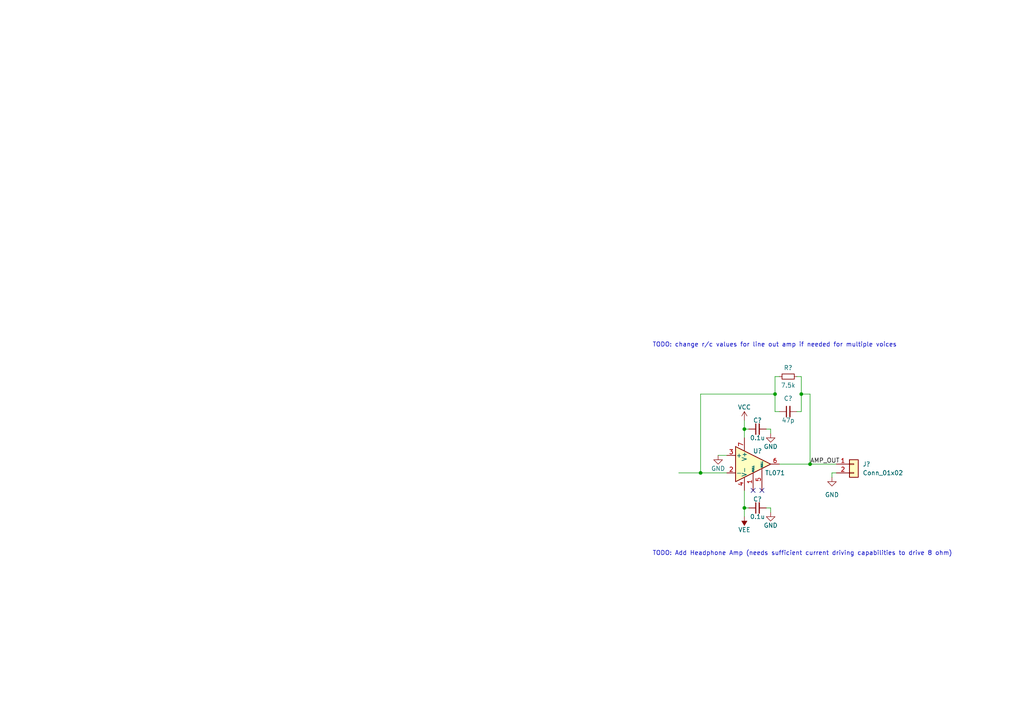
<source format=kicad_sch>
(kicad_sch (version 20211123) (generator eeschema)
  (paper "A4")
  (lib_symbols
    (symbol "Amplifier_Operational:TL071" (pin_names (offset 0.127))
      (property "Reference" "U" (at 0 6.35 0))
      (property "Value" "TL071" (at 0 3.81 0))
      (symbol "TL071_0_1"
        (polyline (pts (xy -5.08 5.08) (xy 5.08 0) (xy -5.08 -5.08) (xy -5.08 5.08)) (stroke (width 0.254)) (fill (type background)))
      )
      (symbol "TL071_1_1"
        (pin input line (at 0 -7.62 90) (length 5.08) (name "NULL") (number "1"))
        (pin input line (at -7.62 -2.54 0) (length 2.54) (name "-") (number "2"))
        (pin input line (at -7.62 2.54 0) (length 2.54) (name "+") (number "3"))
        (pin power_in line (at -2.54 -7.62 90) (length 3.81) (name "V-") (number "4"))
        (pin input line (at 2.54 -7.62 90) (length 6.35) (name "NULL") (number "5"))
        (pin output line (at 7.62 0 180) (length 2.54) (name "~") (number "6"))
        (pin power_in line (at -2.54 7.62 270) (length 3.81) (name "V+") (number "7"))
        (pin no_connect line (at 0 2.54 270) (length 2.54) hide (name "NC") (number "8"))
      )
    )
    (symbol "Connector_Generic:Conn_01x02" (pin_names (offset 1.016) hide)
      (property "Reference" "J" (at 0 2.54 0))
      (property "Value" "Conn_01x02" (at 0 -5.08 0))
      (symbol "Conn_01x02_1_1"
        (rectangle (start -1.27 -2.413) (end 0 -2.667) (stroke (width 0.1524)))
        (rectangle (start -1.27 0.127) (end 0 -0.127) (stroke (width 0.1524)))
        (rectangle (start -1.27 1.27) (end 1.27 -3.81) (stroke (width 0.254)) (fill (type background)))
        (pin passive line (at -5.08 0 0) (length 3.81) (name "Pin_1") (number "1"))
        (pin passive line (at -5.08 -2.54 0) (length 3.81) (name "Pin_2") (number "2"))
      )
    )
    (symbol "Device:C_Small" (pin_numbers hide) (pin_names (offset 0.254) hide)
      (property "Reference" "C" (at 0.254 1.778 0))
      (property "Value" "C_Small" (at 0.254 -2.032 0))
      (symbol "C_Small_0_1"
        (polyline (pts (xy -1.524 -0.508) (xy 1.524 -0.508)) (stroke (width 0.3302)))
        (polyline (pts (xy -1.524 0.508) (xy 1.524 0.508)) (stroke (width 0.3048)))
      )
      (symbol "C_Small_1_1"
        (pin passive line (at 0 2.54 270) (length 2.032) (name "~") (number "1"))
        (pin passive line (at 0 -2.54 90) (length 2.032) (name "~") (number "2"))
      )
    )
    (symbol "Device:R_Small" (pin_numbers hide) (pin_names (offset 0.254) hide)
      (property "Reference" "R" (at 0.762 0.508 0))
      (property "Value" "R_Small" (at 0.762 -1.016 0))
      (symbol "R_Small_0_1"
        (rectangle (start -0.762 1.778) (end 0.762 -1.778) (stroke (width 0.2032)))
      )
      (symbol "R_Small_1_1"
        (pin passive line (at 0 2.54 270) (length 0.762) (name "~") (number "1"))
        (pin passive line (at 0 -2.54 90) (length 0.762) (name "~") (number "2"))
      )
    )
    (symbol "power:GND" (power) (pin_names (offset 0))
      (property "Value" "GND" (at 0 -3.81 0))
      (symbol "GND_0_1"
        (polyline (pts (xy 0 0) (xy 0 -1.27) (xy 1.27 -1.27) (xy 0 -2.54) (xy -1.27 -1.27) (xy 0 -1.27)))
      )
      (symbol "GND_1_1"
        (pin power_in line (at 0 0 270) (length 0) hide (name "GND") (number "1"))
      )
    )
    (symbol "power:VCC" (power) (pin_names (offset 0))
      (property "Value" "VCC" (at 0 3.81 0))
      (symbol "VCC_0_1"
        (polyline (pts (xy -0.762 1.27) (xy 0 2.54)))
        (polyline (pts (xy 0 0) (xy 0 2.54)))
        (polyline (pts (xy 0 2.54) (xy 0.762 1.27)))
      )
      (symbol "VCC_1_1"
        (pin power_in line (at 0 0 90) (length 0) hide (name "VCC") (number "1"))
      )
    )
    (symbol "power:VEE" (power) (pin_names (offset 0))
      (property "Value" "VEE" (at 0 3.81 0))
      (symbol "VEE_0_1"
        (polyline (pts (xy 0 0) (xy 0 2.54)))
        (polyline (pts (xy 0.762 1.27) (xy -0.762 1.27) (xy 0 2.54) (xy 0.762 1.27)) (fill (type outline)))
      )
      (symbol "VEE_1_1"
        (pin power_in line (at 0 0 90) (length 0) hide (name "VEE") (number "1"))
      )
    )
  )
  (junction (at 203.2 137.16))
  (junction (at 215.9 124.46))
  (junction (at 224.79 114.3))
  (junction (at 215.9 147.32))
  (junction (at 234.95 134.62))
  (junction (at 232.41 114.3))
  (no_connect (at 218.44 142.24))
  (no_connect (at 220.98 142.24))
  (wire (pts (xy 223.52 124.46) (xy 223.52 125.73)))
  (wire (pts (xy 222.25 147.32) (xy 223.52 147.32)))
  (wire (pts (xy 203.2 114.3) (xy 203.2 137.16)))
  (wire (pts (xy 224.79 109.22) (xy 226.06 109.22)))
  (wire (pts (xy 226.06 134.62) (xy 234.95 134.62)))
  (wire (pts (xy 232.41 114.3) (xy 234.95 114.3)))
  (wire (pts (xy 224.79 119.38) (xy 224.79 114.3)))
  (wire (pts (xy 215.9 142.24) (xy 215.9 147.32)))
  (wire (pts (xy 215.9 121.92) (xy 215.9 124.46)))
  (wire (pts (xy 226.06 119.38) (xy 224.79 119.38)))
  (wire (pts (xy 224.79 114.3) (xy 203.2 114.3)))
  (wire (pts (xy 232.41 119.38) (xy 231.14 119.38)))
  (wire (pts (xy 215.9 147.32) (xy 215.9 149.86)))
  (wire (pts (xy 208.28 132.08) (xy 210.82 132.08)))
  (wire (pts (xy 196.85 137.16) (xy 203.2 137.16)))
  (wire (pts (xy 234.95 134.62) (xy 242.57 134.62)))
  (wire (pts (xy 242.57 137.16) (xy 241.3 137.16)))
  (wire (pts (xy 234.95 134.62) (xy 234.95 114.3)))
  (wire (pts (xy 222.25 124.46) (xy 223.52 124.46)))
  (wire (pts (xy 215.9 124.46) (xy 215.9 127)))
  (wire (pts (xy 241.3 137.16) (xy 241.3 138.43)))
  (wire (pts (xy 215.9 147.32) (xy 217.17 147.32)))
  (wire (pts (xy 203.2 137.16) (xy 210.82 137.16)))
  (wire (pts (xy 232.41 109.22) (xy 231.14 109.22)))
  (wire (pts (xy 215.9 124.46) (xy 217.17 124.46)))
  (wire (pts (xy 232.41 114.3) (xy 232.41 119.38)))
  (wire (pts (xy 224.79 114.3) (xy 224.79 109.22)))
  (wire (pts (xy 232.41 109.22) (xy 232.41 114.3)))
  (wire (pts (xy 223.52 147.32) (xy 223.52 148.59)))
  (text "TODO: change r/c values for line out amp if needed for multiple voices\n\n" (at 189.23 102.87 0) (effects (font (size 1.27 1.27)) (justify left bottom)))
  (text "TODO: Add Headphone Amp (needs sufficient current driving capabilities to drive 8 ohm)" (at 189.23 161.29 0) (effects (font (size 1.27 1.27)) (justify left bottom)))
  (label "AMP_OUT" (at 234.95 134.62 0))
  (symbol (lib_id "power:GND") (at 241.3 138.43 0) (unit 1)
    (property "Reference" "#PWR?" (effects hide))
    (property "Value" "GND" (at 241.3 143.51 0))
  )
  (symbol (lib_id "power:VCC") (at 215.9 121.92 0) (unit 1)
    (property "Reference" "#PWR?" (effects hide))
    (property "Value" "VCC" (at 215.9 118.11 0))
  )
  (symbol (lib_id "power:GND") (at 223.52 125.73 0) (unit 1)
    (property "Reference" "#PWR?" (effects hide))
    (property "Value" "GND" (at 223.52 129.54 0))
  )
  (symbol (lib_id "Device:C_Small") (at 219.71 124.46 90) (unit 1)
    (property "Reference" "C?" (at 219.71 121.92 90))
    (property "Value" "0.1u" (at 219.71 127 90))
    (property "Footprint" "Capacitor_SMD:C_0402_1005Metric" (effects hide))
  )
  (symbol (lib_id "Device:C_Small") (at 219.71 147.32 90) (unit 1)
    (property "Reference" "C?" (at 219.71 144.78 90))
    (property "Value" "0.1u" (at 219.71 149.86 90))
    (property "Footprint" "Capacitor_SMD:C_0402_1005Metric" (effects hide))
  )
  (symbol (lib_id "Amplifier_Operational:TL071") (at 218.44 134.62 0) (unit 1)
    (property "Reference" "U?" (at 219.71 130.81 0))
    (property "Value" "TL071" (at 224.79 137.16 0))
    (property "Footprint" "Package_SO:SOIC-8_3.9x4.9mm_P1.27mm" (effects hide))
    (property "Datasheet" "http://www.ti.com/lit/ds/symlink/tl071.pdf" (effects hide))
  )
  (symbol (lib_id "power:GND") (at 208.28 132.08 0) (unit 1)
    (property "Reference" "#PWR?" (effects hide))
    (property "Value" "GND" (at 208.28 135.89 0))
  )
  (symbol (lib_id "power:VEE") (at 215.9 149.86 180) (unit 1)
    (property "Reference" "#PWR?" (effects hide))
    (property "Value" "VEE" (at 215.9 153.67 0))
  )
  (symbol (lib_id "power:GND") (at 223.52 148.59 0) (unit 1)
    (property "Reference" "#PWR?" (effects hide))
    (property "Value" "GND" (at 223.52 152.4 0))
  )
  (symbol (lib_id "Device:C_Small") (at 228.6 119.38 90) (unit 1)
    (property "Reference" "C?" (at 228.6 115.57 90))
    (property "Value" "47p" (at 228.6 121.92 90))
    (property "Footprint" "Capacitor_SMD:C_0402_1005Metric" (effects hide))
  )
  (symbol (lib_id "Connector_Generic:Conn_01x02") (at 247.65 134.62 0) (unit 1)
    (property "Reference" "J?" (at 250.19 134.6199 0) (effects (justify left)))
    (property "Value" "Conn_01x02" (at 250.19 137.1599 0) (effects (justify left)))
    (property "Footprint" "Connector_PinHeader_2.54mm:PinHeader_1x02_P2.54mm_Vertical" (effects hide))
  )
  (symbol (lib_id "Device:R_Small") (at 228.6 109.22 90) (unit 1)
    (property "Reference" "R?" (at 228.6 106.68 90))
    (property "Value" "7.5k" (at 228.6 111.76 90))
    (property "Footprint" "Resistor_SMD:R_0402_1005Metric" (effects hide))
  )
)
</source>
